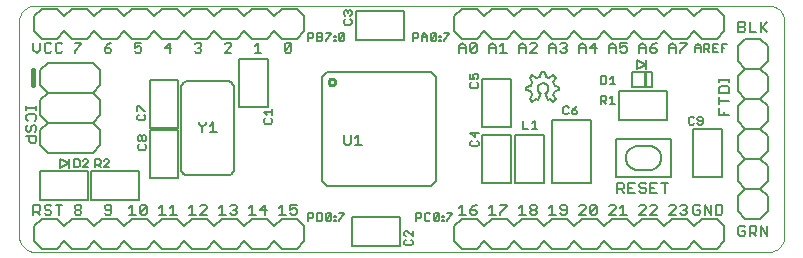
<source format=gto>
G75*
G70*
%OFA0B0*%
%FSLAX24Y24*%
%IPPOS*%
%LPD*%
%AMOC8*
5,1,8,0,0,1.08239X$1,22.5*
%
%ADD10C,0.0000*%
%ADD11C,0.0060*%
%ADD12C,0.0050*%
%ADD13C,0.0080*%
%ADD14C,0.0100*%
%ADD15C,0.0160*%
D10*
X001650Y001050D02*
X026150Y001050D01*
X026194Y001052D01*
X026237Y001058D01*
X026279Y001067D01*
X026321Y001080D01*
X026361Y001097D01*
X026400Y001117D01*
X026437Y001140D01*
X026471Y001167D01*
X026504Y001196D01*
X026533Y001229D01*
X026560Y001263D01*
X026583Y001300D01*
X026603Y001339D01*
X026620Y001379D01*
X026633Y001421D01*
X026642Y001463D01*
X026648Y001506D01*
X026650Y001550D01*
X026650Y008750D01*
X026648Y008794D01*
X026642Y008837D01*
X026633Y008879D01*
X026620Y008921D01*
X026603Y008961D01*
X026583Y009000D01*
X026560Y009037D01*
X026533Y009071D01*
X026504Y009104D01*
X026471Y009133D01*
X026437Y009160D01*
X026400Y009183D01*
X026361Y009203D01*
X026321Y009220D01*
X026279Y009233D01*
X026237Y009242D01*
X026194Y009248D01*
X026150Y009250D01*
X001650Y009250D01*
X001606Y009248D01*
X001563Y009242D01*
X001521Y009233D01*
X001479Y009220D01*
X001439Y009203D01*
X001400Y009183D01*
X001363Y009160D01*
X001329Y009133D01*
X001296Y009104D01*
X001267Y009071D01*
X001240Y009037D01*
X001217Y009000D01*
X001197Y008961D01*
X001180Y008921D01*
X001167Y008879D01*
X001158Y008837D01*
X001152Y008794D01*
X001150Y008750D01*
X001150Y001550D01*
X001152Y001506D01*
X001158Y001463D01*
X001167Y001421D01*
X001180Y001379D01*
X001197Y001339D01*
X001217Y001300D01*
X001240Y001263D01*
X001267Y001229D01*
X001296Y001196D01*
X001329Y001167D01*
X001363Y001140D01*
X001400Y001117D01*
X001439Y001097D01*
X001479Y001080D01*
X001521Y001067D01*
X001563Y001058D01*
X001606Y001052D01*
X001650Y001050D01*
D11*
X001628Y002280D02*
X001628Y002620D01*
X001798Y002620D01*
X001854Y002564D01*
X001854Y002450D01*
X001798Y002393D01*
X001628Y002393D01*
X001741Y002393D02*
X001854Y002280D01*
X001996Y002337D02*
X002053Y002280D01*
X002166Y002280D01*
X002223Y002337D01*
X002223Y002393D01*
X002166Y002450D01*
X002053Y002450D01*
X001996Y002507D01*
X001996Y002564D01*
X002053Y002620D01*
X002166Y002620D01*
X002223Y002564D01*
X002364Y002620D02*
X002591Y002620D01*
X002478Y002620D02*
X002478Y002280D01*
X002996Y002337D02*
X002996Y002393D01*
X003053Y002450D01*
X003166Y002450D01*
X003223Y002393D01*
X003223Y002337D01*
X003166Y002280D01*
X003053Y002280D01*
X002996Y002337D01*
X003053Y002450D02*
X002996Y002507D01*
X002996Y002564D01*
X003053Y002620D01*
X003166Y002620D01*
X003223Y002564D01*
X003223Y002507D01*
X003166Y002450D01*
X003996Y002507D02*
X004053Y002450D01*
X004223Y002450D01*
X004223Y002337D02*
X004223Y002564D01*
X004166Y002620D01*
X004053Y002620D01*
X003996Y002564D01*
X003996Y002507D01*
X003996Y002337D02*
X004053Y002280D01*
X004166Y002280D01*
X004223Y002337D01*
X004812Y002280D02*
X005039Y002280D01*
X004925Y002280D02*
X004925Y002620D01*
X004812Y002507D01*
X005180Y002564D02*
X005237Y002620D01*
X005350Y002620D01*
X005407Y002564D01*
X005180Y002337D01*
X005237Y002280D01*
X005350Y002280D01*
X005407Y002337D01*
X005407Y002564D01*
X005180Y002564D02*
X005180Y002337D01*
X005812Y002280D02*
X006039Y002280D01*
X005925Y002280D02*
X005925Y002620D01*
X005812Y002507D01*
X006180Y002507D02*
X006293Y002620D01*
X006293Y002280D01*
X006180Y002280D02*
X006407Y002280D01*
X006812Y002280D02*
X007039Y002280D01*
X006925Y002280D02*
X006925Y002620D01*
X006812Y002507D01*
X007180Y002564D02*
X007237Y002620D01*
X007350Y002620D01*
X007407Y002564D01*
X007407Y002507D01*
X007180Y002280D01*
X007407Y002280D01*
X007812Y002280D02*
X008039Y002280D01*
X007925Y002280D02*
X007925Y002620D01*
X007812Y002507D01*
X008180Y002564D02*
X008237Y002620D01*
X008350Y002620D01*
X008407Y002564D01*
X008407Y002507D01*
X008350Y002450D01*
X008407Y002393D01*
X008407Y002337D01*
X008350Y002280D01*
X008237Y002280D01*
X008180Y002337D01*
X008293Y002450D02*
X008350Y002450D01*
X008812Y002507D02*
X008925Y002620D01*
X008925Y002280D01*
X008812Y002280D02*
X009039Y002280D01*
X009180Y002450D02*
X009407Y002450D01*
X009350Y002280D02*
X009350Y002620D01*
X009180Y002450D01*
X009812Y002507D02*
X009925Y002620D01*
X009925Y002280D01*
X009812Y002280D02*
X010039Y002280D01*
X010180Y002337D02*
X010237Y002280D01*
X010350Y002280D01*
X010407Y002337D01*
X010407Y002450D01*
X010350Y002507D01*
X010293Y002507D01*
X010180Y002450D01*
X010180Y002620D01*
X010407Y002620D01*
X012037Y004620D02*
X012150Y004620D01*
X012207Y004677D01*
X012207Y004960D01*
X012348Y004847D02*
X012462Y004960D01*
X012462Y004620D01*
X012575Y004620D02*
X012348Y004620D01*
X012037Y004620D02*
X011980Y004677D01*
X011980Y004960D01*
X007735Y005030D02*
X007508Y005030D01*
X007622Y005030D02*
X007622Y005370D01*
X007508Y005257D01*
X007367Y005314D02*
X007367Y005370D01*
X007367Y005314D02*
X007253Y005200D01*
X007253Y005030D01*
X007253Y005200D02*
X007140Y005314D01*
X007140Y005370D01*
X001720Y005480D02*
X001720Y005593D01*
X001664Y005650D01*
X001437Y005650D01*
X001380Y005593D01*
X001380Y005480D01*
X001437Y005423D01*
X001437Y005281D02*
X001380Y005225D01*
X001380Y005111D01*
X001437Y005055D01*
X001493Y005055D01*
X001550Y005111D01*
X001550Y005225D01*
X001607Y005281D01*
X001664Y005281D01*
X001720Y005225D01*
X001720Y005111D01*
X001664Y005055D01*
X001720Y004913D02*
X001380Y004913D01*
X001493Y004913D02*
X001493Y004743D01*
X001550Y004686D01*
X001664Y004686D01*
X001720Y004743D01*
X001720Y004913D01*
X001664Y005423D02*
X001720Y005480D01*
X001720Y005782D02*
X001720Y005895D01*
X001720Y005839D02*
X001380Y005839D01*
X001380Y005895D02*
X001380Y005782D01*
X001741Y007680D02*
X001854Y007793D01*
X001854Y008020D01*
X001996Y007964D02*
X001996Y007737D01*
X002053Y007680D01*
X002166Y007680D01*
X002223Y007737D01*
X002364Y007737D02*
X002421Y007680D01*
X002534Y007680D01*
X002591Y007737D01*
X002364Y007737D02*
X002364Y007964D01*
X002421Y008020D01*
X002534Y008020D01*
X002591Y007964D01*
X002996Y008020D02*
X003223Y008020D01*
X003223Y007964D01*
X002996Y007737D01*
X002996Y007680D01*
X002223Y007964D02*
X002166Y008020D01*
X002053Y008020D01*
X001996Y007964D01*
X001628Y008020D02*
X001628Y007793D01*
X001741Y007680D01*
X003996Y007737D02*
X004053Y007680D01*
X004166Y007680D01*
X004223Y007737D01*
X004223Y007793D01*
X004166Y007850D01*
X003996Y007850D01*
X003996Y007737D01*
X003996Y007850D02*
X004109Y007964D01*
X004223Y008020D01*
X004996Y008020D02*
X004996Y007850D01*
X005109Y007907D01*
X005166Y007907D01*
X005223Y007850D01*
X005223Y007737D01*
X005166Y007680D01*
X005053Y007680D01*
X004996Y007737D01*
X004996Y008020D02*
X005223Y008020D01*
X005996Y007850D02*
X006223Y007850D01*
X006166Y007680D02*
X006166Y008020D01*
X005996Y007850D01*
X006996Y007737D02*
X007053Y007680D01*
X007166Y007680D01*
X007223Y007737D01*
X007223Y007793D01*
X007166Y007850D01*
X007109Y007850D01*
X007166Y007850D02*
X007223Y007907D01*
X007223Y007964D01*
X007166Y008020D01*
X007053Y008020D01*
X006996Y007964D01*
X007996Y007964D02*
X008053Y008020D01*
X008166Y008020D01*
X008223Y007964D01*
X008223Y007907D01*
X007996Y007680D01*
X008223Y007680D01*
X008996Y007680D02*
X009223Y007680D01*
X009109Y007680D02*
X009109Y008020D01*
X008996Y007907D01*
X009996Y007964D02*
X009996Y007737D01*
X010223Y007964D01*
X010223Y007737D01*
X010166Y007680D01*
X010053Y007680D01*
X009996Y007737D01*
X009996Y007964D02*
X010053Y008020D01*
X010166Y008020D01*
X010223Y007964D01*
X015812Y007907D02*
X015812Y007680D01*
X016039Y007680D02*
X016039Y007907D01*
X015925Y008020D01*
X015812Y007907D01*
X015812Y007850D02*
X016039Y007850D01*
X016180Y007737D02*
X016407Y007964D01*
X016407Y007737D01*
X016350Y007680D01*
X016237Y007680D01*
X016180Y007737D01*
X016180Y007964D01*
X016237Y008020D01*
X016350Y008020D01*
X016407Y007964D01*
X016812Y007907D02*
X016925Y008020D01*
X017039Y007907D01*
X017039Y007680D01*
X017180Y007680D02*
X017407Y007680D01*
X017293Y007680D02*
X017293Y008020D01*
X017180Y007907D01*
X017039Y007850D02*
X016812Y007850D01*
X016812Y007907D02*
X016812Y007680D01*
X017812Y007680D02*
X017812Y007907D01*
X017925Y008020D01*
X018039Y007907D01*
X018039Y007680D01*
X018180Y007680D02*
X018407Y007907D01*
X018407Y007964D01*
X018350Y008020D01*
X018237Y008020D01*
X018180Y007964D01*
X018039Y007850D02*
X017812Y007850D01*
X018180Y007680D02*
X018407Y007680D01*
X018812Y007680D02*
X018812Y007907D01*
X018925Y008020D01*
X019039Y007907D01*
X019039Y007680D01*
X019180Y007737D02*
X019237Y007680D01*
X019350Y007680D01*
X019407Y007737D01*
X019407Y007793D01*
X019350Y007850D01*
X019293Y007850D01*
X019350Y007850D02*
X019407Y007907D01*
X019407Y007964D01*
X019350Y008020D01*
X019237Y008020D01*
X019180Y007964D01*
X019039Y007850D02*
X018812Y007850D01*
X019812Y007850D02*
X020039Y007850D01*
X020039Y007907D02*
X020039Y007680D01*
X019812Y007680D02*
X019812Y007907D01*
X019925Y008020D01*
X020039Y007907D01*
X020180Y007850D02*
X020350Y008020D01*
X020350Y007680D01*
X020407Y007850D02*
X020180Y007850D01*
X020812Y007850D02*
X021039Y007850D01*
X021039Y007907D02*
X021039Y007680D01*
X021180Y007737D02*
X021237Y007680D01*
X021350Y007680D01*
X021407Y007737D01*
X021407Y007850D01*
X021350Y007907D01*
X021293Y007907D01*
X021180Y007850D01*
X021180Y008020D01*
X021407Y008020D01*
X021039Y007907D02*
X020925Y008020D01*
X020812Y007907D01*
X020812Y007680D01*
X021812Y007680D02*
X021812Y007907D01*
X021925Y008020D01*
X022039Y007907D01*
X022039Y007680D01*
X022180Y007737D02*
X022237Y007680D01*
X022350Y007680D01*
X022407Y007737D01*
X022407Y007793D01*
X022350Y007850D01*
X022180Y007850D01*
X022180Y007737D01*
X022180Y007850D02*
X022293Y007964D01*
X022407Y008020D01*
X022812Y007907D02*
X022925Y008020D01*
X023039Y007907D01*
X023039Y007680D01*
X023180Y007680D02*
X023180Y007737D01*
X023407Y007964D01*
X023407Y008020D01*
X023180Y008020D01*
X023039Y007850D02*
X022812Y007850D01*
X022812Y007907D02*
X022812Y007680D01*
X022039Y007850D02*
X021812Y007850D01*
X024480Y006823D02*
X024480Y006710D01*
X024480Y006766D02*
X024820Y006766D01*
X024820Y006710D02*
X024820Y006823D01*
X024763Y006568D02*
X024536Y006568D01*
X024480Y006512D01*
X024480Y006341D01*
X024820Y006341D01*
X024820Y006512D01*
X024763Y006568D01*
X024480Y006200D02*
X024480Y005973D01*
X024480Y005832D02*
X024480Y005605D01*
X024820Y005605D01*
X024650Y005605D02*
X024650Y005718D01*
X024820Y006087D02*
X024480Y006087D01*
X019160Y006430D02*
X019020Y006400D01*
X018960Y006270D01*
X019050Y006140D01*
X018960Y006050D01*
X018840Y006130D01*
X018780Y006100D01*
X018690Y006330D01*
X018530Y006330D02*
X018430Y006100D01*
X018380Y006130D01*
X018260Y006050D01*
X018170Y006140D01*
X018250Y006270D01*
X018200Y006400D01*
X018050Y006430D01*
X018050Y006560D01*
X018200Y006580D01*
X018260Y006710D01*
X018170Y006840D01*
X018260Y006930D01*
X018390Y006840D01*
X018510Y006890D01*
X018540Y007050D01*
X018670Y007050D01*
X018700Y006890D01*
X018820Y006840D01*
X018960Y006930D01*
X019050Y006840D01*
X018960Y006710D01*
X019010Y006590D01*
X019160Y006560D01*
X019160Y006430D01*
X018690Y006330D02*
X018712Y006343D01*
X018732Y006359D01*
X018750Y006378D01*
X018765Y006400D01*
X018776Y006423D01*
X018784Y006448D01*
X018788Y006473D01*
X018789Y006499D01*
X018786Y006525D01*
X018779Y006550D01*
X018768Y006573D01*
X018755Y006595D01*
X018738Y006615D01*
X018719Y006632D01*
X018697Y006647D01*
X018673Y006657D01*
X018649Y006665D01*
X018623Y006669D01*
X018597Y006669D01*
X018571Y006665D01*
X018547Y006657D01*
X018523Y006647D01*
X018501Y006632D01*
X018482Y006615D01*
X018465Y006595D01*
X018452Y006573D01*
X018441Y006550D01*
X018434Y006525D01*
X018431Y006499D01*
X018432Y006473D01*
X018436Y006448D01*
X018444Y006423D01*
X018455Y006400D01*
X018470Y006378D01*
X018488Y006359D01*
X018508Y006343D01*
X018530Y006330D01*
X025128Y008380D02*
X025128Y008720D01*
X025298Y008720D01*
X025354Y008664D01*
X025354Y008607D01*
X025298Y008550D01*
X025128Y008550D01*
X025298Y008550D02*
X025354Y008493D01*
X025354Y008437D01*
X025298Y008380D01*
X025128Y008380D01*
X025496Y008380D02*
X025723Y008380D01*
X025864Y008380D02*
X025864Y008720D01*
X025921Y008550D02*
X026091Y008380D01*
X025864Y008493D02*
X026091Y008720D01*
X025496Y008720D02*
X025496Y008380D01*
X022789Y003360D02*
X022562Y003360D01*
X022676Y003360D02*
X022676Y003020D01*
X022421Y003020D02*
X022194Y003020D01*
X022194Y003360D01*
X022421Y003360D01*
X022308Y003190D02*
X022194Y003190D01*
X022053Y003133D02*
X022053Y003077D01*
X021996Y003020D01*
X021883Y003020D01*
X021826Y003077D01*
X021883Y003190D02*
X021996Y003190D01*
X022053Y003133D01*
X021883Y003190D02*
X021826Y003247D01*
X021826Y003304D01*
X021883Y003360D01*
X021996Y003360D01*
X022053Y003304D01*
X021684Y003360D02*
X021458Y003360D01*
X021458Y003020D01*
X021684Y003020D01*
X021571Y003190D02*
X021458Y003190D01*
X021316Y003190D02*
X021259Y003133D01*
X021089Y003133D01*
X021089Y003020D02*
X021089Y003360D01*
X021259Y003360D01*
X021316Y003304D01*
X021316Y003190D01*
X021203Y003133D02*
X021316Y003020D01*
X021293Y002620D02*
X021293Y002280D01*
X021180Y002280D02*
X021407Y002280D01*
X021039Y002280D02*
X020812Y002280D01*
X021039Y002507D01*
X021039Y002564D01*
X020982Y002620D01*
X020868Y002620D01*
X020812Y002564D01*
X021180Y002507D02*
X021293Y002620D01*
X021812Y002564D02*
X021868Y002620D01*
X021982Y002620D01*
X022039Y002564D01*
X022039Y002507D01*
X021812Y002280D01*
X022039Y002280D01*
X022180Y002280D02*
X022407Y002507D01*
X022407Y002564D01*
X022350Y002620D01*
X022237Y002620D01*
X022180Y002564D01*
X022180Y002280D02*
X022407Y002280D01*
X022812Y002280D02*
X023039Y002507D01*
X023039Y002564D01*
X022982Y002620D01*
X022868Y002620D01*
X022812Y002564D01*
X023180Y002564D02*
X023237Y002620D01*
X023350Y002620D01*
X023407Y002564D01*
X023407Y002507D01*
X023350Y002450D01*
X023407Y002393D01*
X023407Y002337D01*
X023350Y002280D01*
X023237Y002280D01*
X023180Y002337D01*
X023039Y002280D02*
X022812Y002280D01*
X023293Y002450D02*
X023350Y002450D01*
X023628Y002337D02*
X023684Y002280D01*
X023798Y002280D01*
X023854Y002337D01*
X023854Y002450D01*
X023741Y002450D01*
X023628Y002337D02*
X023628Y002564D01*
X023684Y002620D01*
X023798Y002620D01*
X023854Y002564D01*
X023996Y002620D02*
X024223Y002280D01*
X024223Y002620D01*
X024364Y002620D02*
X024534Y002620D01*
X024591Y002564D01*
X024591Y002337D01*
X024534Y002280D01*
X024364Y002280D01*
X024364Y002620D01*
X023996Y002620D02*
X023996Y002280D01*
X025128Y001864D02*
X025128Y001637D01*
X025184Y001580D01*
X025298Y001580D01*
X025354Y001637D01*
X025354Y001750D01*
X025241Y001750D01*
X025496Y001693D02*
X025666Y001693D01*
X025723Y001750D01*
X025723Y001864D01*
X025666Y001920D01*
X025496Y001920D01*
X025496Y001580D01*
X025609Y001693D02*
X025723Y001580D01*
X025864Y001580D02*
X025864Y001920D01*
X026091Y001580D01*
X026091Y001920D01*
X025354Y001864D02*
X025298Y001920D01*
X025184Y001920D01*
X025128Y001864D01*
X020407Y002337D02*
X020350Y002280D01*
X020237Y002280D01*
X020180Y002337D01*
X020407Y002564D01*
X020407Y002337D01*
X020180Y002337D02*
X020180Y002564D01*
X020237Y002620D01*
X020350Y002620D01*
X020407Y002564D01*
X020039Y002564D02*
X019982Y002620D01*
X019868Y002620D01*
X019812Y002564D01*
X020039Y002564D02*
X020039Y002507D01*
X019812Y002280D01*
X020039Y002280D01*
X019407Y002337D02*
X019407Y002564D01*
X019350Y002620D01*
X019237Y002620D01*
X019180Y002564D01*
X019180Y002507D01*
X019237Y002450D01*
X019407Y002450D01*
X019407Y002337D02*
X019350Y002280D01*
X019237Y002280D01*
X019180Y002337D01*
X019039Y002280D02*
X018812Y002280D01*
X018925Y002280D02*
X018925Y002620D01*
X018812Y002507D01*
X018407Y002507D02*
X018350Y002450D01*
X018237Y002450D01*
X018180Y002507D01*
X018180Y002564D01*
X018237Y002620D01*
X018350Y002620D01*
X018407Y002564D01*
X018407Y002507D01*
X018350Y002450D02*
X018407Y002393D01*
X018407Y002337D01*
X018350Y002280D01*
X018237Y002280D01*
X018180Y002337D01*
X018180Y002393D01*
X018237Y002450D01*
X018039Y002280D02*
X017812Y002280D01*
X017925Y002280D02*
X017925Y002620D01*
X017812Y002507D01*
X017407Y002564D02*
X017407Y002620D01*
X017180Y002620D01*
X017407Y002564D02*
X017180Y002337D01*
X017180Y002280D01*
X017039Y002280D02*
X016812Y002280D01*
X016925Y002280D02*
X016925Y002620D01*
X016812Y002507D01*
X016407Y002620D02*
X016293Y002564D01*
X016180Y002450D01*
X016350Y002450D01*
X016407Y002393D01*
X016407Y002337D01*
X016350Y002280D01*
X016237Y002280D01*
X016180Y002337D01*
X016180Y002450D01*
X016039Y002280D02*
X015812Y002280D01*
X015925Y002280D02*
X015925Y002620D01*
X015812Y002507D01*
D12*
X015586Y002345D02*
X015406Y002345D01*
X015304Y002255D02*
X015259Y002255D01*
X015259Y002210D01*
X015304Y002210D01*
X015304Y002255D01*
X015304Y002120D02*
X015259Y002120D01*
X015259Y002075D01*
X015304Y002075D01*
X015304Y002120D01*
X015406Y002120D02*
X015406Y002075D01*
X015406Y002120D02*
X015586Y002300D01*
X015586Y002345D01*
X015144Y002300D02*
X015144Y002120D01*
X015099Y002075D01*
X015009Y002075D01*
X014964Y002120D01*
X015144Y002300D01*
X015099Y002345D01*
X015009Y002345D01*
X014964Y002300D01*
X014964Y002120D01*
X014850Y002120D02*
X014805Y002075D01*
X014715Y002075D01*
X014670Y002120D01*
X014670Y002300D01*
X014715Y002345D01*
X014805Y002345D01*
X014850Y002300D01*
X014555Y002300D02*
X014555Y002210D01*
X014510Y002165D01*
X014375Y002165D01*
X014375Y002075D02*
X014375Y002345D01*
X014510Y002345D01*
X014555Y002300D01*
X013860Y002209D02*
X013860Y001251D01*
X012260Y001251D01*
X012260Y002209D01*
X013860Y002209D01*
X014039Y001749D02*
X013994Y001704D01*
X013994Y001614D01*
X014039Y001569D01*
X014039Y001455D02*
X013994Y001410D01*
X013994Y001319D01*
X014039Y001274D01*
X014219Y001274D01*
X014264Y001319D01*
X014264Y001410D01*
X014219Y001455D01*
X014264Y001569D02*
X014084Y001749D01*
X014039Y001749D01*
X014264Y001749D02*
X014264Y001569D01*
X011986Y002300D02*
X011806Y002120D01*
X011806Y002075D01*
X011704Y002075D02*
X011659Y002075D01*
X011659Y002120D01*
X011704Y002120D01*
X011704Y002075D01*
X011704Y002210D02*
X011659Y002210D01*
X011659Y002255D01*
X011704Y002255D01*
X011704Y002210D01*
X011806Y002345D02*
X011986Y002345D01*
X011986Y002300D01*
X011544Y002300D02*
X011364Y002120D01*
X011409Y002075D01*
X011499Y002075D01*
X011544Y002120D01*
X011544Y002300D01*
X011499Y002345D01*
X011409Y002345D01*
X011364Y002300D01*
X011364Y002120D01*
X011250Y002120D02*
X011250Y002300D01*
X011205Y002345D01*
X011070Y002345D01*
X011070Y002075D01*
X011205Y002075D01*
X011250Y002120D01*
X010955Y002210D02*
X010910Y002165D01*
X010775Y002165D01*
X010775Y002075D02*
X010775Y002345D01*
X010910Y002345D01*
X010955Y002300D01*
X010955Y002210D01*
X008066Y003595D02*
X006794Y003595D01*
X006459Y003510D02*
X005501Y003510D01*
X005501Y005110D01*
X006459Y005110D01*
X006459Y003510D01*
X006544Y003845D02*
X006544Y006495D01*
X006546Y006525D01*
X006551Y006555D01*
X006560Y006584D01*
X006573Y006611D01*
X006588Y006637D01*
X006607Y006661D01*
X006628Y006682D01*
X006652Y006701D01*
X006678Y006716D01*
X006705Y006729D01*
X006734Y006738D01*
X006764Y006743D01*
X006794Y006745D01*
X008066Y006745D01*
X008096Y006743D01*
X008126Y006738D01*
X008155Y006729D01*
X008182Y006716D01*
X008208Y006701D01*
X008232Y006682D01*
X008253Y006661D01*
X008272Y006637D01*
X008287Y006611D01*
X008300Y006584D01*
X008309Y006555D01*
X008314Y006525D01*
X008316Y006495D01*
X008316Y003845D01*
X008314Y003815D01*
X008309Y003785D01*
X008300Y003756D01*
X008287Y003729D01*
X008272Y003703D01*
X008253Y003679D01*
X008232Y003658D01*
X008208Y003639D01*
X008182Y003624D01*
X008155Y003611D01*
X008126Y003602D01*
X008096Y003597D01*
X008066Y003595D01*
X006794Y003595D02*
X006764Y003597D01*
X006734Y003602D01*
X006705Y003611D01*
X006678Y003624D01*
X006652Y003639D01*
X006628Y003658D01*
X006607Y003679D01*
X006588Y003703D01*
X006573Y003729D01*
X006560Y003756D01*
X006551Y003785D01*
X006546Y003815D01*
X006544Y003845D01*
X005150Y003729D02*
X005150Y002771D01*
X003550Y002771D01*
X003550Y003729D01*
X005150Y003729D01*
X004159Y003866D02*
X003979Y003866D01*
X004159Y004046D01*
X004159Y004091D01*
X004114Y004136D01*
X004024Y004136D01*
X003979Y004091D01*
X003865Y004091D02*
X003865Y004001D01*
X003820Y003956D01*
X003684Y003956D01*
X003684Y003866D02*
X003684Y004136D01*
X003820Y004136D01*
X003865Y004091D01*
X003775Y003956D02*
X003865Y003866D01*
X003459Y003866D02*
X003279Y003866D01*
X003459Y004046D01*
X003459Y004091D01*
X003414Y004136D01*
X003324Y004136D01*
X003279Y004091D01*
X003165Y004091D02*
X003120Y004136D01*
X002984Y004136D01*
X002984Y003866D01*
X003120Y003866D01*
X003165Y003911D01*
X003165Y004091D01*
X003450Y003729D02*
X003450Y002771D01*
X001850Y002771D01*
X001850Y003729D01*
X003450Y003729D01*
X005104Y004499D02*
X005149Y004454D01*
X005329Y004454D01*
X005374Y004499D01*
X005374Y004590D01*
X005329Y004635D01*
X005329Y004749D02*
X005284Y004749D01*
X005239Y004794D01*
X005239Y004884D01*
X005284Y004929D01*
X005329Y004929D01*
X005374Y004884D01*
X005374Y004794D01*
X005329Y004749D01*
X005239Y004794D02*
X005194Y004749D01*
X005149Y004749D01*
X005104Y004794D01*
X005104Y004884D01*
X005149Y004929D01*
X005194Y004929D01*
X005239Y004884D01*
X005149Y004635D02*
X005104Y004590D01*
X005104Y004499D01*
X005501Y005170D02*
X005501Y006770D01*
X006459Y006770D01*
X006459Y005170D01*
X005501Y005170D01*
X005309Y005434D02*
X005354Y005479D01*
X005354Y005570D01*
X005309Y005615D01*
X005309Y005729D02*
X005354Y005729D01*
X005309Y005729D02*
X005129Y005909D01*
X005084Y005909D01*
X005084Y005729D01*
X005129Y005615D02*
X005084Y005570D01*
X005084Y005479D01*
X005129Y005434D01*
X005309Y005434D01*
X008471Y005890D02*
X009429Y005890D01*
X009429Y007490D01*
X008471Y007490D01*
X008471Y005890D01*
X009314Y005709D02*
X009584Y005709D01*
X009584Y005619D02*
X009584Y005799D01*
X009404Y005619D02*
X009314Y005709D01*
X009359Y005505D02*
X009314Y005460D01*
X009314Y005369D01*
X009359Y005324D01*
X009539Y005324D01*
X009584Y005369D01*
X009584Y005460D01*
X009539Y005505D01*
X016194Y005004D02*
X016329Y004869D01*
X016329Y005049D01*
X016464Y005004D02*
X016194Y005004D01*
X016591Y004950D02*
X017549Y004950D01*
X017549Y003350D01*
X016591Y003350D01*
X016591Y004950D01*
X016571Y005200D02*
X017529Y005200D01*
X017529Y006800D01*
X016571Y006800D01*
X016571Y005200D01*
X016419Y004755D02*
X016464Y004710D01*
X016464Y004619D01*
X016419Y004574D01*
X016239Y004574D01*
X016194Y004619D01*
X016194Y004710D01*
X016239Y004755D01*
X017671Y004950D02*
X018629Y004950D01*
X018629Y003350D01*
X017671Y003350D01*
X017671Y004950D01*
X017944Y005156D02*
X018125Y005156D01*
X018239Y005156D02*
X018419Y005156D01*
X018329Y005156D02*
X018329Y005426D01*
X018239Y005336D01*
X017944Y005426D02*
X017944Y005156D01*
X018910Y005450D02*
X020210Y005450D01*
X020210Y003350D01*
X018910Y003350D01*
X018910Y005450D01*
X019285Y005680D02*
X019330Y005635D01*
X019420Y005635D01*
X019465Y005680D01*
X019580Y005680D02*
X019625Y005635D01*
X019715Y005635D01*
X019760Y005680D01*
X019760Y005725D01*
X019715Y005770D01*
X019580Y005770D01*
X019580Y005680D01*
X019580Y005770D02*
X019670Y005860D01*
X019760Y005905D01*
X019465Y005860D02*
X019420Y005905D01*
X019330Y005905D01*
X019285Y005860D01*
X019285Y005680D01*
X020534Y005986D02*
X020534Y006256D01*
X020670Y006256D01*
X020715Y006211D01*
X020715Y006121D01*
X020670Y006076D01*
X020534Y006076D01*
X020625Y006076D02*
X020715Y005986D01*
X020829Y005986D02*
X021009Y005986D01*
X020919Y005986D02*
X020919Y006256D01*
X020829Y006166D01*
X021140Y006399D02*
X021140Y005441D01*
X022740Y005441D01*
X022740Y006399D01*
X021140Y006399D01*
X021021Y006639D02*
X020841Y006639D01*
X020931Y006639D02*
X020931Y006910D01*
X020841Y006819D01*
X020726Y006865D02*
X020681Y006910D01*
X020546Y006910D01*
X020546Y006639D01*
X020681Y006639D01*
X020726Y006684D01*
X020726Y006865D01*
X021565Y007046D02*
X021565Y006534D01*
X022235Y006534D01*
X022235Y007046D01*
X021565Y007046D01*
X022018Y007026D02*
X022018Y006554D01*
X022057Y006554D01*
X022057Y007026D01*
X023686Y007715D02*
X023686Y007895D01*
X023776Y007985D01*
X023866Y007895D01*
X023866Y007715D01*
X023980Y007715D02*
X023980Y007985D01*
X024115Y007985D01*
X024161Y007940D01*
X024161Y007850D01*
X024115Y007805D01*
X023980Y007805D01*
X024070Y007805D02*
X024161Y007715D01*
X024275Y007715D02*
X024455Y007715D01*
X024570Y007715D02*
X024570Y007985D01*
X024750Y007985D01*
X024660Y007850D02*
X024570Y007850D01*
X024455Y007985D02*
X024275Y007985D01*
X024275Y007715D01*
X024275Y007850D02*
X024365Y007850D01*
X023866Y007850D02*
X023686Y007850D01*
X023600Y005556D02*
X023509Y005556D01*
X023464Y005511D01*
X023464Y005331D01*
X023509Y005286D01*
X023600Y005286D01*
X023645Y005331D01*
X023759Y005331D02*
X023804Y005286D01*
X023894Y005286D01*
X023939Y005331D01*
X023939Y005511D01*
X023894Y005556D01*
X023804Y005556D01*
X023759Y005511D01*
X023759Y005466D01*
X023804Y005421D01*
X023939Y005421D01*
X023645Y005511D02*
X023600Y005556D01*
X023611Y005140D02*
X024569Y005140D01*
X024569Y003540D01*
X023611Y003540D01*
X023611Y005140D01*
X022866Y004810D02*
X022866Y003550D01*
X021054Y003550D01*
X021054Y004810D01*
X022866Y004810D01*
X022157Y004574D02*
X021763Y004574D01*
X021724Y004572D01*
X021686Y004566D01*
X021649Y004557D01*
X021612Y004544D01*
X021577Y004527D01*
X021544Y004508D01*
X021513Y004485D01*
X021484Y004459D01*
X021458Y004430D01*
X021435Y004399D01*
X021416Y004366D01*
X021399Y004331D01*
X021386Y004294D01*
X021377Y004257D01*
X021371Y004219D01*
X021369Y004180D01*
X021371Y004141D01*
X021377Y004103D01*
X021386Y004066D01*
X021399Y004029D01*
X021416Y003994D01*
X021435Y003961D01*
X021458Y003930D01*
X021484Y003901D01*
X021513Y003875D01*
X021544Y003852D01*
X021577Y003833D01*
X021612Y003816D01*
X021649Y003803D01*
X021686Y003794D01*
X021724Y003788D01*
X021763Y003786D01*
X022157Y003786D01*
X022196Y003788D01*
X022234Y003794D01*
X022271Y003803D01*
X022308Y003816D01*
X022343Y003833D01*
X022376Y003852D01*
X022407Y003875D01*
X022436Y003901D01*
X022462Y003930D01*
X022485Y003961D01*
X022504Y003994D01*
X022521Y004029D01*
X022534Y004066D01*
X022543Y004103D01*
X022549Y004141D01*
X022551Y004180D01*
X022549Y004219D01*
X022543Y004257D01*
X022534Y004294D01*
X022521Y004331D01*
X022504Y004366D01*
X022485Y004399D01*
X022462Y004430D01*
X022436Y004459D01*
X022407Y004485D01*
X022376Y004508D01*
X022343Y004527D01*
X022308Y004544D01*
X022271Y004557D01*
X022234Y004566D01*
X022196Y004572D01*
X022157Y004574D01*
X016444Y006559D02*
X016444Y006650D01*
X016399Y006695D01*
X016399Y006809D02*
X016444Y006854D01*
X016444Y006944D01*
X016399Y006989D01*
X016309Y006989D01*
X016264Y006944D01*
X016264Y006899D01*
X016309Y006809D01*
X016174Y006809D01*
X016174Y006989D01*
X016219Y006695D02*
X016174Y006650D01*
X016174Y006559D01*
X016219Y006514D01*
X016399Y006514D01*
X016444Y006559D01*
X015306Y008075D02*
X015306Y008120D01*
X015486Y008300D01*
X015486Y008345D01*
X015306Y008345D01*
X015204Y008255D02*
X015204Y008210D01*
X015159Y008210D01*
X015159Y008255D01*
X015204Y008255D01*
X015044Y008300D02*
X014864Y008120D01*
X014909Y008075D01*
X014999Y008075D01*
X015044Y008120D01*
X015044Y008300D01*
X014999Y008345D01*
X014909Y008345D01*
X014864Y008300D01*
X014864Y008120D01*
X014750Y008075D02*
X014750Y008255D01*
X014660Y008345D01*
X014570Y008255D01*
X014570Y008075D01*
X014570Y008210D02*
X014750Y008210D01*
X014455Y008210D02*
X014455Y008300D01*
X014410Y008345D01*
X014275Y008345D01*
X014275Y008075D01*
X014275Y008165D02*
X014410Y008165D01*
X014455Y008210D01*
X013970Y008121D02*
X013970Y009079D01*
X012370Y009079D01*
X012370Y008121D01*
X013970Y008121D01*
X015159Y008075D02*
X015159Y008120D01*
X015204Y008120D01*
X015204Y008075D01*
X015159Y008075D01*
X012234Y008669D02*
X012189Y008624D01*
X012009Y008624D01*
X011964Y008669D01*
X011964Y008760D01*
X012009Y008805D01*
X012009Y008919D02*
X011964Y008964D01*
X011964Y009054D01*
X012009Y009099D01*
X012054Y009099D01*
X012099Y009054D01*
X012144Y009099D01*
X012189Y009099D01*
X012234Y009054D01*
X012234Y008964D01*
X012189Y008919D01*
X012189Y008805D02*
X012234Y008760D01*
X012234Y008669D01*
X012099Y009009D02*
X012099Y009054D01*
X011941Y008345D02*
X011851Y008345D01*
X011806Y008300D01*
X011806Y008120D01*
X011986Y008300D01*
X011986Y008120D01*
X011941Y008075D01*
X011851Y008075D01*
X011806Y008120D01*
X011704Y008120D02*
X011704Y008075D01*
X011659Y008075D01*
X011659Y008120D01*
X011704Y008120D01*
X011704Y008210D02*
X011659Y008210D01*
X011659Y008255D01*
X011704Y008255D01*
X011704Y008210D01*
X011544Y008300D02*
X011364Y008120D01*
X011364Y008075D01*
X011250Y008120D02*
X011250Y008165D01*
X011205Y008210D01*
X011070Y008210D01*
X010955Y008210D02*
X010955Y008300D01*
X010910Y008345D01*
X010775Y008345D01*
X010775Y008075D01*
X010775Y008165D02*
X010910Y008165D01*
X010955Y008210D01*
X011070Y008075D02*
X011205Y008075D01*
X011250Y008120D01*
X011205Y008210D02*
X011250Y008255D01*
X011250Y008300D01*
X011205Y008345D01*
X011070Y008345D01*
X011070Y008075D01*
X011544Y008300D02*
X011544Y008345D01*
X011364Y008345D01*
X011941Y008345D02*
X011986Y008300D01*
D13*
X010650Y008400D02*
X010650Y008900D01*
X010400Y009150D01*
X009900Y009150D01*
X009650Y008900D01*
X009400Y009150D01*
X008900Y009150D01*
X008650Y008900D01*
X008400Y009150D01*
X007900Y009150D01*
X007650Y008900D01*
X007400Y009150D01*
X006900Y009150D01*
X006650Y008900D01*
X006400Y009150D01*
X005900Y009150D01*
X005650Y008900D01*
X005400Y009150D01*
X004900Y009150D01*
X004650Y008900D01*
X004400Y009150D01*
X003900Y009150D01*
X003650Y008900D01*
X003400Y009150D01*
X002900Y009150D01*
X002650Y008900D01*
X002400Y009150D01*
X001900Y009150D01*
X001650Y008900D01*
X001650Y008400D01*
X001900Y008150D01*
X002400Y008150D01*
X002650Y008400D01*
X002900Y008150D01*
X003400Y008150D01*
X003650Y008400D01*
X003900Y008150D01*
X004400Y008150D01*
X004650Y008400D01*
X004900Y008150D01*
X005400Y008150D01*
X005650Y008400D01*
X005900Y008150D01*
X006400Y008150D01*
X006650Y008400D01*
X006900Y008150D01*
X007400Y008150D01*
X007650Y008400D01*
X007900Y008150D01*
X008400Y008150D01*
X008650Y008400D01*
X008900Y008150D01*
X009400Y008150D01*
X009650Y008400D01*
X009900Y008150D01*
X010400Y008150D01*
X010650Y008400D01*
X011418Y007030D02*
X014882Y007030D01*
X015040Y006872D01*
X015040Y003408D01*
X014882Y003250D01*
X011418Y003250D01*
X011260Y003408D01*
X011260Y006872D01*
X011418Y007030D01*
X015650Y008400D02*
X015900Y008150D01*
X016400Y008150D01*
X016650Y008400D01*
X016900Y008150D01*
X017400Y008150D01*
X017650Y008400D01*
X017900Y008150D01*
X018400Y008150D01*
X018650Y008400D01*
X018900Y008150D01*
X019400Y008150D01*
X019650Y008400D01*
X019900Y008150D01*
X020400Y008150D01*
X020650Y008400D01*
X020900Y008150D01*
X021400Y008150D01*
X021650Y008400D01*
X021900Y008150D01*
X022400Y008150D01*
X022650Y008400D01*
X022900Y008150D01*
X023400Y008150D01*
X023650Y008400D01*
X023900Y008150D01*
X024400Y008150D01*
X024650Y008400D01*
X024650Y008900D01*
X024400Y009150D01*
X023900Y009150D01*
X023650Y008900D01*
X023400Y009150D01*
X022900Y009150D01*
X022650Y008900D01*
X022400Y009150D01*
X021900Y009150D01*
X021650Y008900D01*
X021400Y009150D01*
X020900Y009150D01*
X020650Y008900D01*
X020400Y009150D01*
X019900Y009150D01*
X019650Y008900D01*
X019400Y009150D01*
X018900Y009150D01*
X018650Y008900D01*
X018400Y009150D01*
X017900Y009150D01*
X017650Y008900D01*
X017400Y009150D01*
X016900Y009150D01*
X016650Y008900D01*
X016400Y009150D01*
X015900Y009150D01*
X015650Y008900D01*
X015650Y008400D01*
X021750Y007440D02*
X021750Y007140D01*
X022050Y007290D01*
X021750Y007440D01*
X022050Y007440D02*
X022050Y007290D01*
X022050Y007140D01*
X025100Y006900D02*
X025100Y006400D01*
X025350Y006150D01*
X025850Y006150D01*
X026100Y005900D01*
X026100Y005400D01*
X025850Y005150D01*
X025350Y005150D01*
X025100Y005400D01*
X025100Y005900D01*
X025350Y006150D01*
X025850Y006150D02*
X026100Y006400D01*
X026100Y006900D01*
X025850Y007150D01*
X025350Y007150D01*
X025100Y007400D01*
X025100Y007900D01*
X025350Y008150D01*
X025850Y008150D01*
X026100Y007900D01*
X026100Y007400D01*
X025850Y007150D01*
X025350Y007150D02*
X025100Y006900D01*
X025350Y005150D02*
X025100Y004900D01*
X025100Y004400D01*
X025350Y004150D01*
X025850Y004150D01*
X026100Y003900D01*
X026100Y003400D01*
X025850Y003150D01*
X025350Y003150D01*
X025100Y003400D01*
X025100Y003900D01*
X025350Y004150D01*
X025850Y004150D02*
X026100Y004400D01*
X026100Y004900D01*
X025850Y005150D01*
X025850Y003150D02*
X026100Y002900D01*
X026100Y002400D01*
X025850Y002150D01*
X025350Y002150D01*
X025100Y002400D01*
X025100Y002900D01*
X025350Y003150D01*
X024400Y002150D02*
X023900Y002150D01*
X023650Y001900D01*
X023400Y002150D01*
X022900Y002150D01*
X022650Y001900D01*
X022400Y002150D01*
X021900Y002150D01*
X021650Y001900D01*
X021400Y002150D01*
X020900Y002150D01*
X020650Y001900D01*
X020400Y002150D01*
X019900Y002150D01*
X019650Y001900D01*
X019400Y002150D01*
X018900Y002150D01*
X018650Y001900D01*
X018400Y002150D01*
X017900Y002150D01*
X017650Y001900D01*
X017400Y002150D01*
X016900Y002150D01*
X016650Y001900D01*
X016400Y002150D01*
X015900Y002150D01*
X015650Y001900D01*
X015650Y001400D01*
X015900Y001150D01*
X016400Y001150D01*
X016650Y001400D01*
X016900Y001150D01*
X017400Y001150D01*
X017650Y001400D01*
X017900Y001150D01*
X018400Y001150D01*
X018650Y001400D01*
X018900Y001150D01*
X019400Y001150D01*
X019650Y001400D01*
X019900Y001150D01*
X020400Y001150D01*
X020650Y001400D01*
X020900Y001150D01*
X021400Y001150D01*
X021650Y001400D01*
X021900Y001150D01*
X022400Y001150D01*
X022650Y001400D01*
X022900Y001150D01*
X023400Y001150D01*
X023650Y001400D01*
X023900Y001150D01*
X024400Y001150D01*
X024650Y001400D01*
X024650Y001900D01*
X024400Y002150D01*
X010650Y001900D02*
X010650Y001400D01*
X010400Y001150D01*
X009900Y001150D01*
X009650Y001400D01*
X009400Y001150D01*
X008900Y001150D01*
X008650Y001400D01*
X008400Y001150D01*
X007900Y001150D01*
X007650Y001400D01*
X007400Y001150D01*
X006900Y001150D01*
X006650Y001400D01*
X006400Y001150D01*
X005900Y001150D01*
X005650Y001400D01*
X005400Y001150D01*
X004900Y001150D01*
X004650Y001400D01*
X004400Y001150D01*
X003900Y001150D01*
X003650Y001400D01*
X003400Y001150D01*
X002900Y001150D01*
X002650Y001400D01*
X002400Y001150D01*
X001900Y001150D01*
X001650Y001400D01*
X001650Y001900D01*
X001900Y002150D01*
X002400Y002150D01*
X002650Y001900D01*
X002900Y002150D01*
X003400Y002150D01*
X003650Y001900D01*
X003900Y002150D01*
X004400Y002150D01*
X004650Y001900D01*
X004900Y002150D01*
X005400Y002150D01*
X005650Y001900D01*
X005900Y002150D01*
X006400Y002150D01*
X006650Y001900D01*
X006900Y002150D01*
X007400Y002150D01*
X007650Y001900D01*
X007900Y002150D01*
X008400Y002150D01*
X008650Y001900D01*
X008900Y002150D01*
X009400Y002150D01*
X009650Y001900D01*
X009900Y002150D01*
X010400Y002150D01*
X010650Y001900D01*
X003850Y004600D02*
X003600Y004350D01*
X002100Y004350D01*
X001850Y004600D01*
X001850Y005100D01*
X002100Y005350D01*
X003600Y005350D01*
X003850Y005100D01*
X003850Y004600D01*
X002800Y004150D02*
X002800Y004000D01*
X002500Y003850D01*
X002500Y004150D01*
X002800Y004000D01*
X002800Y003850D01*
X002100Y005350D02*
X001850Y005600D01*
X001850Y006100D01*
X002100Y006350D01*
X003600Y006350D01*
X003850Y006100D01*
X003850Y005600D01*
X003600Y005350D01*
X003600Y006350D02*
X003850Y006600D01*
X003850Y007100D01*
X003600Y007350D01*
X002100Y007350D01*
X001850Y007100D01*
X001850Y006600D01*
X002100Y006350D01*
D14*
X011464Y006715D02*
X011466Y006735D01*
X011471Y006755D01*
X011481Y006773D01*
X011493Y006790D01*
X011508Y006804D01*
X011526Y006814D01*
X011545Y006822D01*
X011565Y006826D01*
X011585Y006826D01*
X011605Y006822D01*
X011624Y006814D01*
X011642Y006804D01*
X011657Y006790D01*
X011669Y006773D01*
X011679Y006755D01*
X011684Y006735D01*
X011686Y006715D01*
X011684Y006695D01*
X011679Y006675D01*
X011669Y006657D01*
X011657Y006640D01*
X011642Y006626D01*
X011624Y006616D01*
X011605Y006608D01*
X011585Y006604D01*
X011565Y006604D01*
X011545Y006608D01*
X011526Y006616D01*
X011508Y006626D01*
X011493Y006640D01*
X011481Y006657D01*
X011471Y006675D01*
X011466Y006695D01*
X011464Y006715D01*
D15*
X001600Y006600D02*
X001600Y007100D01*
M02*

</source>
